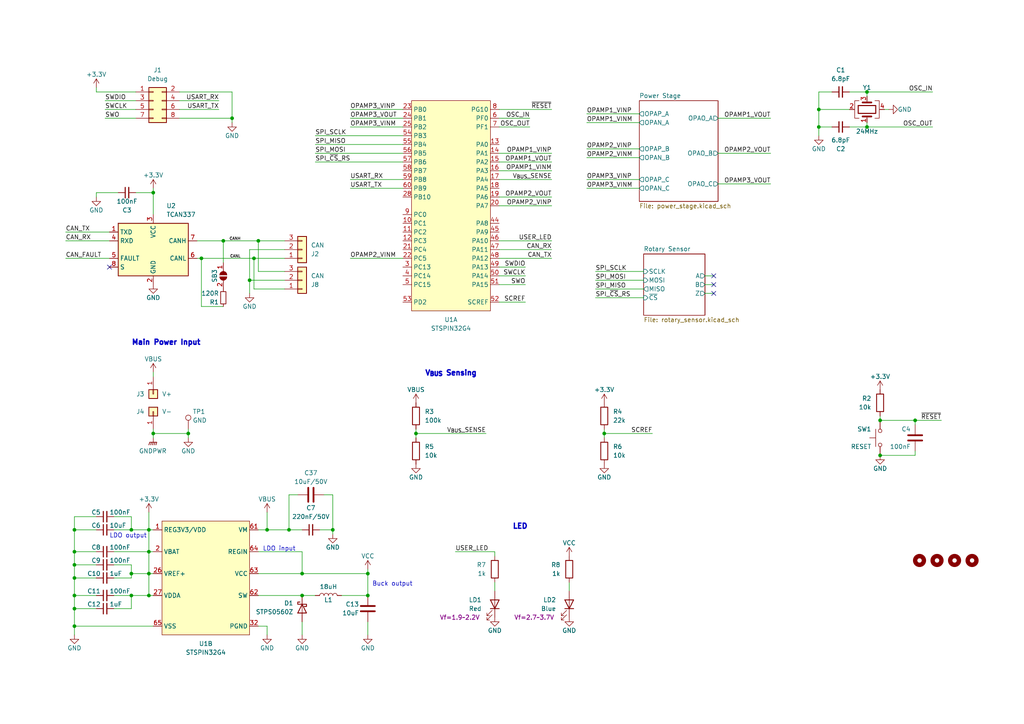
<source format=kicad_sch>
(kicad_sch (version 20230121) (generator eeschema)
  (paper "A4")
  (lib_symbols
    (symbol "Connector:TestPoint" (pin_numbers hide) (pin_names (offset 0.762) hide)
      (property "Reference" "TP" (at 0 6.858 0))
      (property "Value" "TestPoint" (at 0 5.08 0))
      (symbol "TestPoint_1_1"
        (pin passive line (at 0 0 90) (length 2.54) (name "1") (number "1"))
      )
    )
    (symbol "Connector_Generic:Conn_01x01" (pin_names (offset 1.016) hide)
      (property "Reference" "J" (at 0 2.54 0))
      (property "Value" "Conn_01x01" (at 0 -2.54 0))
      (symbol "Conn_01x01_1_1"
        (pin passive line (at -5.08 0 0) (length 3.81) (name "Pin_1") (number "1"))
      )
    )
    (symbol "Connector_Generic:Conn_01x03" (pin_names (offset 1.016) hide)
      (property "Reference" "J" (at 0 5.08 0))
      (property "Value" "Conn_01x03" (at 0 -5.08 0))
      (symbol "Conn_01x03_1_1"
        (pin passive line (at -5.08 2.54 0) (length 3.81) (name "Pin_1") (number "1"))
        (pin passive line (at -5.08 0 0) (length 3.81) (name "Pin_2") (number "2"))
        (pin passive line (at -5.08 -2.54 0) (length 3.81) (name "Pin_3") (number "3"))
      )
    )
    (symbol "Connector_Generic:Conn_02x04_Odd_Even" (pin_names (offset 1.016) hide)
      (property "Reference" "J" (at 1.27 5.08 0))
      (property "Value" "Conn_02x04_Odd_Even" (at 1.27 -7.62 0))
      (symbol "Conn_02x04_Odd_Even_1_1"
        (pin passive line (at -5.08 2.54 0) (length 3.81) (name "Pin_1") (number "1"))
        (pin passive line (at 7.62 2.54 180) (length 3.81) (name "Pin_2") (number "2"))
        (pin passive line (at -5.08 0 0) (length 3.81) (name "Pin_3") (number "3"))
        (pin passive line (at 7.62 0 180) (length 3.81) (name "Pin_4") (number "4"))
        (pin passive line (at -5.08 -2.54 0) (length 3.81) (name "Pin_5") (number "5"))
        (pin passive line (at 7.62 -2.54 180) (length 3.81) (name "Pin_6") (number "6"))
        (pin passive line (at -5.08 -5.08 0) (length 3.81) (name "Pin_7") (number "7"))
        (pin passive line (at 7.62 -5.08 180) (length 3.81) (name "Pin_8") (number "8"))
      )
    )
    (symbol "Device:C" (pin_numbers hide) (pin_names (offset 0.254))
      (property "Reference" "C" (at 0.635 2.54 0))
      (property "Value" "C" (at 0.635 -2.54 0))
      (symbol "C_1_1"
        (pin passive line (at 0 3.81 270) (length 2.794) (name "~") (number "1"))
        (pin passive line (at 0 -3.81 90) (length 2.794) (name "~") (number "2"))
      )
    )
    (symbol "Device:C_Small" (pin_numbers hide) (pin_names (offset 0.254) hide)
      (property "Reference" "C" (at 0.254 1.778 0))
      (property "Value" "C_Small" (at 0.254 -2.032 0))
      (symbol "C_Small_1_1"
        (pin passive line (at 0 2.54 270) (length 2.032) (name "~") (number "1"))
        (pin passive line (at 0 -2.54 90) (length 2.032) (name "~") (number "2"))
      )
    )
    (symbol "Device:Crystal_GND24" (pin_names (offset 1.016) hide)
      (property "Reference" "Y" (at 3.175 5.08 0))
      (property "Value" "Crystal_GND24" (at 3.175 3.175 0))
      (symbol "Crystal_GND24_1_1"
        (pin passive line (at -3.81 0 0) (length 1.27) (name "1") (number "1"))
        (pin passive line (at 0 5.08 270) (length 1.27) (name "2") (number "2"))
        (pin passive line (at 3.81 0 180) (length 1.27) (name "3") (number "3"))
        (pin passive line (at 0 -5.08 90) (length 1.27) (name "4") (number "4"))
      )
    )
    (symbol "Device:L" (pin_numbers hide) (pin_names (offset 1.016) hide)
      (property "Reference" "L" (at -1.27 0 90))
      (property "Value" "L" (at 1.905 0 90))
      (symbol "L_1_1"
        (pin passive line (at 0 3.81 270) (length 1.27) (name "1") (number "1"))
        (pin passive line (at 0 -3.81 90) (length 1.27) (name "2") (number "2"))
      )
    )
    (symbol "Device:LED" (pin_numbers hide) (pin_names (offset 1.016) hide)
      (property "Reference" "D" (at 0 2.54 0))
      (property "Value" "LED" (at 0 -2.54 0))
      (symbol "LED_1_1"
        (pin passive line (at -3.81 0 0) (length 2.54) (name "K") (number "1"))
        (pin passive line (at 3.81 0 180) (length 2.54) (name "A") (number "2"))
      )
    )
    (symbol "Device:R" (pin_numbers hide) (pin_names (offset 0))
      (property "Reference" "R" (at 2.032 0 90))
      (property "Value" "R" (at 0 0 90))
      (symbol "R_1_1"
        (pin passive line (at 0 3.81 270) (length 1.27) (name "~") (number "1"))
        (pin passive line (at 0 -3.81 90) (length 1.27) (name "~") (number "2"))
      )
    )
    (symbol "Device:R_Small" (pin_numbers hide) (pin_names (offset 0.254) hide)
      (property "Reference" "R" (at 0.762 0.508 0))
      (property "Value" "R_Small" (at 0.762 -1.016 0))
      (symbol "R_Small_1_1"
        (pin passive line (at 0 2.54 270) (length 0.762) (name "~") (number "1"))
        (pin passive line (at 0 -2.54 90) (length 0.762) (name "~") (number "2"))
      )
    )
    (symbol "Diode:1N6857UR" (pin_numbers hide) (pin_names (offset 1.016) hide)
      (property "Reference" "D" (at 0 2.54 0))
      (property "Value" "1N6857UR" (at 0 -2.54 0))
      (symbol "1N6857UR_1_1"
        (pin passive line (at -3.81 0 0) (length 2.54) (name "K") (number "1"))
        (pin passive line (at 3.81 0 180) (length 2.54) (name "A") (number "2"))
      )
    )
    (symbol "Interface_CAN_LIN:TCAN337"
      (property "Reference" "U" (at -10.16 8.89 0))
      (property "Value" "TCAN337" (at 2.54 8.89 0))
      (symbol "TCAN337_1_1"
        (pin input line (at -12.7 5.08 0) (length 2.54) (name "TXD") (number "1"))
        (pin power_in line (at 0 -10.16 90) (length 2.54) (name "GND") (number "2"))
        (pin power_in line (at 0 10.16 270) (length 2.54) (name "VCC") (number "3"))
        (pin tri_state line (at -12.7 2.54 0) (length 2.54) (name "RXD") (number "4"))
        (pin open_collector line (at -12.7 -2.54 0) (length 2.54) (name "FAULT") (number "5"))
        (pin bidirectional line (at 12.7 -2.54 180) (length 2.54) (name "CANL") (number "6"))
        (pin bidirectional line (at 12.7 2.54 180) (length 2.54) (name "CANH") (number "7"))
        (pin input line (at -12.7 -5.08 0) (length 2.54) (name "S") (number "8"))
      )
    )
    (symbol "Jumper:SolderJumper_2_Open" (pin_names (offset 0) hide)
      (property "Reference" "JP" (at 0 2.032 0))
      (property "Value" "SolderJumper_2_Open" (at 0 -2.54 0))
      (symbol "SolderJumper_2_Open_1_1"
        (pin passive line (at -3.81 0 0) (length 2.54) (name "A") (number "1"))
        (pin passive line (at 3.81 0 180) (length 2.54) (name "B") (number "2"))
      )
    )
    (symbol "Mechanical:MountingHole" (pin_names (offset 1.016))
      (property "Reference" "H" (at 0 5.08 0))
      (property "Value" "MountingHole" (at 0 3.175 0))
    )
    (symbol "STSPIN32G4_1"
      (property "Reference" "U" (at 0 -12.7 0))
      (property "Value" "STSPIN32G4" (at 0 -15.24 0))
      (symbol "STSPIN32G4_1_1_0"
        (pin bidirectional line (at -13.97 -5.08 0) (length 2.54) (name "PC1") (number "10"))
        (pin bidirectional line (at -13.97 -7.62 0) (length 2.54) (name "PC2") (number "11"))
        (pin bidirectional line (at -13.97 -10.16 0) (length 2.54) (name "PC3") (number "12"))
        (pin bidirectional line (at 13.97 17.78 180) (length 2.54) (name "PA0") (number "13"))
        (pin bidirectional line (at 13.97 15.24 180) (length 2.54) (name "PA1") (number "14"))
        (pin bidirectional line (at 13.97 12.7 180) (length 2.54) (name "PA2") (number "15"))
        (pin bidirectional line (at 13.97 10.16 180) (length 2.54) (name "PA3") (number "16"))
        (pin bidirectional line (at 13.97 7.62 180) (length 2.54) (name "PA4") (number "17"))
        (pin bidirectional line (at 13.97 5.08 180) (length 2.54) (name "PA5") (number "18"))
        (pin bidirectional line (at 13.97 2.54 180) (length 2.54) (name "PA6") (number "19"))
        (pin bidirectional line (at 13.97 0 180) (length 2.54) (name "PA7") (number "20"))
        (pin bidirectional line (at -13.97 -12.7 0) (length 2.54) (name "PC4") (number "21"))
        (pin bidirectional line (at -13.97 -15.24 0) (length 2.54) (name "PC5") (number "22"))
        (pin bidirectional line (at -13.97 27.94 0) (length 2.54) (name "PB0") (number "23"))
        (pin bidirectional line (at -13.97 25.4 0) (length 2.54) (name "PB1") (number "24"))
        (pin bidirectional line (at -13.97 22.86 0) (length 2.54) (name "PB2") (number "25"))
        (pin bidirectional line (at -13.97 2.54 0) (length 2.54) (name "PB10") (number "28"))
        (pin bidirectional line (at -13.97 -17.78 0) (length 2.54) (name "PC13") (number "3"))
        (pin no_connect line (at -1.27 -33.02 90) (length 2.54) hide (name "NC") (number "33"))
        (pin no_connect line (at 1.27 -33.02 90) (length 2.54) hide (name "NC") (number "34"))
        (pin bidirectional line (at -13.97 -20.32 0) (length 2.54) (name "PC14") (number "4"))
        (pin bidirectional line (at 13.97 -5.08 180) (length 2.54) (name "PA8") (number "44"))
        (pin bidirectional line (at 13.97 -7.62 180) (length 2.54) (name "PA9") (number "45"))
        (pin bidirectional line (at 13.97 -10.16 180) (length 2.54) (name "PA10") (number "46"))
        (pin bidirectional line (at 13.97 -12.7 180) (length 2.54) (name "PA11") (number "47"))
        (pin bidirectional line (at 13.97 -15.24 180) (length 2.54) (name "PA12") (number "48"))
        (pin bidirectional line (at 13.97 -17.78 180) (length 2.54) (name "PA13") (number "49"))
        (pin bidirectional line (at -13.97 -22.86 0) (length 2.54) (name "PC15") (number "5"))
        (pin bidirectional line (at 13.97 -20.32 180) (length 2.54) (name "PA14") (number "50"))
        (pin bidirectional line (at 13.97 -22.86 180) (length 2.54) (name "PA15") (number "51"))
        (pin bidirectional line (at 13.97 -27.94 180) (length 2.54) (name "SCREF") (number "52"))
        (pin bidirectional line (at -13.97 -27.94 0) (length 2.54) (name "PD2") (number "53"))
        (pin bidirectional line (at -13.97 20.32 0) (length 2.54) (name "PB3") (number "54"))
        (pin bidirectional line (at -13.97 17.78 0) (length 2.54) (name "PB4") (number "55"))
        (pin bidirectional line (at -13.97 15.24 0) (length 2.54) (name "PB5") (number "56"))
        (pin bidirectional line (at -13.97 12.7 0) (length 2.54) (name "PB6") (number "57"))
        (pin bidirectional line (at -13.97 10.16 0) (length 2.54) (name "PB7") (number "58"))
        (pin bidirectional line (at -13.97 7.62 0) (length 2.54) (name "PB8") (number "59"))
        (pin bidirectional line (at 13.97 25.4 180) (length 2.54) (name "PF0") (number "6"))
        (pin bidirectional line (at -13.97 5.08 0) (length 2.54) (name "PB9") (number "60"))
        (pin bidirectional line (at 13.97 22.86 180) (length 2.54) (name "PF1") (number "7"))
        (pin bidirectional line (at 13.97 27.94 180) (length 2.54) (name "PG10") (number "8"))
        (pin bidirectional line (at -13.97 -2.54 0) (length 2.54) (name "PC0") (number "9"))
      )
      (symbol "STSPIN32G4_1_2_0"
        (pin power_out line (at -15.24 13.97 0) (length 2.54) (name "REG3V3/VDD") (number "1"))
        (pin power_in line (at -15.24 7.62 0) (length 2.54) (name "VBAT") (number "2"))
        (pin power_in line (at -15.24 1.27 0) (length 2.54) (name "VREF+") (number "26"))
        (pin power_in line (at -15.24 -5.08 0) (length 2.54) (name "VDDA") (number "27"))
        (pin power_in line (at 15.24 -13.97 180) (length 2.54) (name "PGND") (number "32"))
        (pin power_in line (at 15.24 13.97 180) (length 2.54) (name "VM") (number "61"))
        (pin power_out line (at 15.24 -5.08 180) (length 2.54) (name "SW") (number "62"))
        (pin power_in line (at 15.24 1.27 180) (length 2.54) (name "VCC") (number "63"))
        (pin power_in line (at 15.24 7.62 180) (length 2.54) (name "REGIN") (number "64"))
        (pin power_in line (at -15.24 -13.97 0) (length 2.54) (name "VSS") (number "65"))
      )
      (symbol "STSPIN32G4_1_3_0"
        (pin output line (at 8.89 -7.62 180) (length 2.54) (name "GLS1") (number "29"))
        (pin power_out line (at 8.89 7.62 180) (length 2.54) (name "BOOT1") (number "41"))
        (pin power_out line (at 8.89 -2.54 180) (length 2.54) (name "OUT1") (number "42"))
        (pin output line (at 8.89 2.54 180) (length 2.54) (name "GHS1") (number "43"))
      )
      (symbol "STSPIN32G4_1_4_0"
        (pin output line (at 8.89 -7.62 180) (length 2.54) (name "GLS2") (number "30"))
        (pin power_out line (at 8.89 7.62 180) (length 2.54) (name "BOOT2") (number "38"))
        (pin power_out line (at 8.89 -2.54 180) (length 2.54) (name "OUT2") (number "39"))
        (pin output line (at 8.89 2.54 180) (length 2.54) (name "GHS2") (number "40"))
      )
      (symbol "STSPIN32G4_1_5_0"
        (pin output line (at 8.89 -7.62 180) (length 2.54) (name "GLS3") (number "31"))
        (pin power_out line (at 8.89 7.62 180) (length 2.54) (name "BOOT3") (number "35"))
        (pin power_out line (at 8.89 -2.54 180) (length 2.54) (name "OUT3") (number "36"))
        (pin output line (at 8.89 2.54 180) (length 2.54) (name "GHS3") (number "37"))
      )
    )
    (symbol "Switch:SW_Push" (pin_numbers hide) (pin_names (offset 1.016) hide)
      (property "Reference" "SW" (at 1.27 2.54 0))
      (property "Value" "SW_Push" (at 0 -1.524 0))
      (symbol "SW_Push_0_1"
        (pin passive line (at -5.08 0 0) (length 2.54) (name "1") (number "1"))
        (pin passive line (at 5.08 0 180) (length 2.54) (name "2") (number "2"))
      )
    )
    (symbol "moco:STSPIN32G4"
      (property "Reference" "U" (at 0 -12.7 0))
      (property "Value" "STSPIN32G4" (at 0 -15.24 0))
      (symbol "STSPIN32G4_1_0"
        (pin bidirectional line (at -13.97 -5.08 0) (length 2.54) (name "PC1") (number "10"))
        (pin bidirectional line (at -13.97 -7.62 0) (length 2.54) (name "PC2") (number "11"))
        (pin bidirectional line (at -13.97 -10.16 0) (length 2.54) (name "PC3") (number "12"))
        (pin bidirectional line (at 13.97 17.78 180) (length 2.54) (name "PA0") (number "13"))
        (pin bidirectional line (at 13.97 15.24 180) (length 2.54) (name "PA1") (number "14"))
        (pin bidirectional line (at 13.97 12.7 180) (length 2.54) (name "PA2") (number "15"))
        (pin bidirectional line (at 13.97 10.16 180) (length 2.54) (name "PA3") (number "16"))
        (pin bidirectional line (at 13.97 7.62 180) (length 2.54) (name "PA4") (number "17"))
        (pin bidirectional line (at 13.97 5.08 180) (length 2.54) (name "PA5") (number "18"))
        (pin bidirectional line (at 13.97 2.54 180) (length 2.54) (name "PA6") (number "19"))
        (pin bidirectional line (at 13.97 0 180) (length 2.54) (name "PA7") (number "20"))
        (pin bidirectional line (at -13.97 -12.7 0) (length 2.54) (name "PC4") (number "21"))
        (pin bidirectional line (at -13.97 -15.24 0) (length 2.54) (name "PC5") (number "22"))
        (pin bidirectional line (at -13.97 27.94 0) (length 2.54) (name "PB0") (number "23"))
        (pin bidirectional line (at -13.97 25.4 0) (length 2.54) (name "PB1") (number "24"))
        (pin bidirectional line (at -13.97 22.86 0) (length 2.54) (name "PB2") (number "25"))
        (pin bidirectional line (at -13.97 2.54 0) (length 2.54) (name "PB10") (number "28"))
        (pin bidirectional line (at -13.97 -17.78 0) (length 2.54) (name "PC13") (number "3"))
        (pin no_connect line (at -1.27 -33.02 90) (length 2.54) hide (name "NC") (number "33"))
        (pin no_connect line (at 1.27 -33.02 90) (length 2.54) hide (name "NC") (number "34"))
        (pin bidirectional line (at -13.97 -20.32 0) (length 2.54) (name "PC14") (number "4"))
        (pin bidirectional line (at 13.97 -5.08 180) (length 2.54) (name "PA8") (number "44"))
        (pin bidirectional line (at 13.97 -7.62 180) (length 2.54) (name "PA9") (number "45"))
        (pin bidirectional line (at 13.97 -10.16 180) (length 2.54) (name "PA10") (number "46"))
        (pin bidirectional line (at 13.97 -12.7 180) (length 2.54) (name "PA11") (number "47"))
        (pin bidirectional line (at 13.97 -15.24 180) (length 2.54) (name "PA12") (number "48"))
        (pin bidirectional line (at 13.97 -17.78 180) (length 2.54) (name "PA13") (number "49"))
        (pin bidirectional line (at -13.97 -22.86 0) (length 2.54) (name "PC15") (number "5"))
        (pin bidirectional line (at 13.97 -20.32 180) (length 2.54) (name "PA14") (number "50"))
        (pin bidirectional line (at 13.97 -22.86 180) (length 2.54) (name "PA15") (number "51"))
        (pin bidirectional line (at 13.97 -27.94 180) (length 2.54) (name "SCREF") (number "52"))
        (pin bidirectional line (at -13.97 -27.94 0) (length 2.54) (name "PD2") (number "53"))
        (pin bidirectional line (at -13.97 20.32 0) (length 2.54) (name "PB3") (number "54"))
        (pin bidirectional line (at -13.97 17.78 0) (length 2.54) (name "PB4") (number "55"))
        (pin bidirectional line (at -13.97 15.24 0) (length 2.54) (name "PB5") (number "56"))
        (pin bidirectional line (at -13.97 12.7 0) (length 2.54) (name "PB6") (number "57"))
        (pin bidirectional line (at -13.97 10.16 0) (length 2.54) (name "PB7") (number "58"))
        (pin bidirectional line (at -13.97 7.62 0) (length 2.54) (name "PB8") (number "59"))
        (pin bidirectional line (at 13.97 25.4 180) (length 2.54) (name "PF0") (number "6"))
        (pin bidirectional line (at -13.97 5.08 0) (length 2.54) (name "PB9") (number "60"))
        (pin bidirectional line (at 13.97 22.86 180) (length 2.54) (name "PF1") (number "7"))
        (pin bidirectional line (at 13.97 27.94 180) (length 2.54) (name "PG10") (number "8"))
        (pin bidirectional line (at -13.97 -2.54 0) (length 2.54) (name "PC0") (number "9"))
      )
      (symbol "STSPIN32G4_2_0"
        (pin power_out line (at -15.24 13.97 0) (length 2.54) (name "REG3V3/VDD") (number "1"))
        (pin power_in line (at -15.24 7.62 0) (length 2.54) (name "VBAT") (number "2"))
        (pin power_in line (at -15.24 1.27 0) (length 2.54) (name "VREF+") (number "26"))
        (pin power_in line (at -15.24 -5.08 0) (length 2.54) (name "VDDA") (number "27"))
        (pin power_in line (at 15.24 -13.97 180) (length 2.54) (name "PGND") (number "32"))
        (pin power_in line (at 15.24 13.97 180) (length 2.54) (name "VM") (number "61"))
        (pin power_out line (at 15.24 -5.08 180) (length 2.54) (name "SW") (number "62"))
        (pin power_in line (at 15.24 1.27 180) (length 2.54) (name "VCC") (number "63"))
        (pin power_in line (at 15.24 7.62 180) (length 2.54) (name "REGIN") (number "64"))
        (pin power_in line (at -15.24 -13.97 0) (length 2.54) (name "VSS") (number "65"))
      )
      (symbol "STSPIN32G4_3_0"
        (pin output line (at 8.89 -7.62 180) (length 2.54) (name "GLS1") (number "29"))
        (pin power_out line (at 8.89 7.62 180) (length 2.54) (name "BOOT1") (number "41"))
        (pin power_out line (at 8.89 -2.54 180) (length 2.54) (name "OUT1") (number "42"))
        (pin output line (at 8.89 2.54 180) (length 2.54) (name "GHS1") (number "43"))
      )
      (symbol "STSPIN32G4_4_0"
        (pin output line (at 8.89 -7.62 180) (length 2.54) (name "GLS2") (number "30"))
        (pin power_out line (at 8.89 7.62 180) (length 2.54) (name "BOOT2") (number "38"))
        (pin power_out line (at 8.89 -2.54 180) (length 2.54) (name "OUT2") (number "39"))
        (pin output line (at 8.89 2.54 180) (length 2.54) (name "GHS2") (number "40"))
      )
      (symbol "STSPIN32G4_5_0"
        (pin output line (at 8.89 -7.62 180) (length 2.54) (name "GLS3") (number "31"))
        (pin power_out line (at 8.89 7.62 180) (length 2.54) (name "BOOT3") (number "35"))
        (pin power_out line (at 8.89 -2.54 180) (length 2.54) (name "OUT3") (number "36"))
        (pin output line (at 8.89 2.54 180) (length 2.54) (name "GHS3") (number "37"))
      )
    )
    (symbol "power:+3.3V" (power) (pin_names (offset 0))
      (property "Value" "+3.3V" (at 0 3.556 0))
      (symbol "+3.3V_1_1"
        (pin power_in line (at 0 0 90) (length 0) hide (name "+3.3V") (number "1"))
      )
    )
    (symbol "power:GND" (power) (pin_names (offset 0))
      (property "Value" "GND" (at 0 -3.81 0))
      (symbol "GND_1_1"
        (pin power_in line (at 0 0 270) (length 0) hide (name "GND") (number "1"))
      )
    )
    (symbol "power:GNDPWR" (power) (pin_names (offset 0))
      (property "Value" "GNDPWR" (at 0 -3.302 0))
      (symbol "GNDPWR_1_1"
        (pin power_in line (at 0 0 270) (length 0) hide (name "GNDPWR") (number "1"))
      )
    )
    (symbol "power:VBUS" (power) (pin_names (offset 0))
      (property "Value" "VBUS" (at 0 3.81 0))
      (symbol "VBUS_1_1"
        (pin power_in line (at 0 0 90) (length 0) hide (name "VBUS") (number "1"))
      )
    )
    (symbol "power:VCC" (power) (pin_names (offset 0))
      (property "Value" "VCC" (at 0 3.81 0))
      (symbol "VCC_1_1"
        (pin power_in line (at 0 0 90) (length 0) hide (name "VCC") (number "1"))
      )
    )
  )
  (junction (at 77.47 153.67))
  (junction (at 120.65 125.73))
  (junction (at 43.18 172.72))
  (junction (at 21.59 172.72))
  (junction (at 265.43 121.92))
  (junction (at 73.66 74.93))
  (junction (at 255.27 132.08))
  (junction (at 43.18 160.02))
  (junction (at 54.61 125.73))
  (junction (at 72.39 81.28))
  (junction (at 74.93 69.85))
  (junction (at 83.82 153.67))
  (junction (at 251.46 36.83))
  (junction (at 96.52 153.67))
  (junction (at 38.1 172.72))
  (junction (at 21.59 163.83))
  (junction (at 21.59 153.67))
  (junction (at 38.1 166.37))
  (junction (at 251.46 26.67))
  (junction (at 87.63 166.37))
  (junction (at 67.31 34.29))
  (junction (at 21.59 167.64))
  (junction (at 175.26 125.73))
  (junction (at 21.59 160.02))
  (junction (at 64.77 69.85))
  (junction (at 38.1 153.67))
  (junction (at 106.68 166.37))
  (junction (at 106.68 172.72))
  (junction (at 87.63 172.72))
  (junction (at 43.18 153.67))
  (junction (at 43.18 166.37))
  (junction (at 58.42 74.93))
  (junction (at 21.59 176.53))
  (junction (at 255.27 121.92))
  (junction (at 237.49 31.75))
  (junction (at 44.45 55.88))
  (junction (at 21.59 181.61))
  (junction (at 237.49 36.83))
  (junction (at 44.45 125.73))
  (no_connect (at 207.01 80.01))
  (no_connect (at 207.01 82.55))
  (no_connect (at 31.75 77.47))
  (no_connect (at 207.01 85.09))
  (wire (pts (xy 21.59 160.02) (xy 21.59 163.83)))
  (wire (pts (xy 91.44 39.37) (xy 116.84 39.37)))
  (wire (pts (xy 204.47 82.55) (xy 207.01 82.55)))
  (wire (pts (xy 54.61 125.73) (xy 54.61 124.46)))
  (wire (pts (xy 170.18 45.72) (xy 185.42 45.72)))
  (wire (pts (xy 21.59 172.72) (xy 21.59 176.53)))
  (wire (pts (xy 77.47 148.59) (xy 77.47 153.67)))
  (wire (pts (xy 74.93 160.02) (xy 87.63 160.02)))
  (wire (pts (xy 237.49 39.37) (xy 237.49 36.83)))
  (wire (pts (xy 21.59 153.67) (xy 27.94 153.67)))
  (wire (pts (xy 27.94 55.88) (xy 27.94 57.15)))
  (wire (pts (xy 19.05 74.93) (xy 31.75 74.93)))
  (wire (pts (xy 87.63 166.37) (xy 106.68 166.37)))
  (wire (pts (xy 38.1 153.67) (xy 43.18 153.67)))
  (wire (pts (xy 21.59 163.83) (xy 21.59 167.64)))
  (wire (pts (xy 31.75 69.85) (xy 19.05 69.85)))
  (wire (pts (xy 165.1 171.45) (xy 165.1 168.91)))
  (wire (pts (xy 208.28 44.45) (xy 223.52 44.45)))
  (wire (pts (xy 72.39 81.28) (xy 72.39 85.09)))
  (wire (pts (xy 74.93 69.85) (xy 82.55 69.85)))
  (wire (pts (xy 87.63 160.02) (xy 87.63 166.37)))
  (wire (pts (xy 87.63 172.72) (xy 91.44 172.72)))
  (wire (pts (xy 21.59 176.53) (xy 21.59 181.61)))
  (wire (pts (xy 160.02 59.69) (xy 144.78 59.69)))
  (wire (pts (xy 170.18 43.18) (xy 185.42 43.18)))
  (wire (pts (xy 144.78 72.39) (xy 160.02 72.39)))
  (wire (pts (xy 172.72 81.28) (xy 186.69 81.28)))
  (wire (pts (xy 106.68 166.37) (xy 106.68 172.72)))
  (wire (pts (xy 96.52 153.67) (xy 92.71 153.67)))
  (wire (pts (xy 251.46 36.83) (xy 270.51 36.83)))
  (wire (pts (xy 64.77 69.85) (xy 74.93 69.85)))
  (wire (pts (xy 33.02 153.67) (xy 38.1 153.67)))
  (wire (pts (xy 73.66 83.82) (xy 82.55 83.82)))
  (wire (pts (xy 64.77 69.85) (xy 64.77 76.2)))
  (wire (pts (xy 74.93 78.74) (xy 74.93 69.85)))
  (wire (pts (xy 170.18 33.02) (xy 185.42 33.02)))
  (wire (pts (xy 58.42 74.93) (xy 73.66 74.93)))
  (wire (pts (xy 63.5 31.75) (xy 52.07 31.75)))
  (wire (pts (xy 44.45 127) (xy 44.45 125.73)))
  (wire (pts (xy 144.78 57.15) (xy 160.02 57.15)))
  (wire (pts (xy 144.78 52.07) (xy 160.02 52.07)))
  (wire (pts (xy 87.63 184.15) (xy 87.63 180.34)))
  (wire (pts (xy 255.27 121.92) (xy 265.43 121.92)))
  (wire (pts (xy 74.93 172.72) (xy 87.63 172.72)))
  (wire (pts (xy 54.61 127) (xy 54.61 125.73)))
  (wire (pts (xy 44.45 55.88) (xy 44.45 62.23)))
  (wire (pts (xy 52.07 26.67) (xy 67.31 26.67)))
  (wire (pts (xy 43.18 153.67) (xy 44.45 153.67)))
  (wire (pts (xy 160.02 69.85) (xy 144.78 69.85)))
  (wire (pts (xy 172.72 86.36) (xy 186.69 86.36)))
  (wire (pts (xy 208.28 53.34) (xy 223.52 53.34)))
  (wire (pts (xy 144.78 82.55) (xy 152.4 82.55)))
  (wire (pts (xy 204.47 80.01) (xy 207.01 80.01)))
  (wire (pts (xy 91.44 41.91) (xy 116.84 41.91)))
  (wire (pts (xy 74.93 153.67) (xy 77.47 153.67)))
  (wire (pts (xy 144.78 77.47) (xy 152.4 77.47)))
  (wire (pts (xy 96.52 154.94) (xy 96.52 153.67)))
  (wire (pts (xy 99.06 172.72) (xy 106.68 172.72)))
  (wire (pts (xy 38.1 176.53) (xy 33.02 176.53)))
  (wire (pts (xy 87.63 153.67) (xy 83.82 153.67)))
  (wire (pts (xy 144.78 31.75) (xy 160.02 31.75)))
  (wire (pts (xy 21.59 181.61) (xy 44.45 181.61)))
  (wire (pts (xy 144.78 80.01) (xy 152.4 80.01)))
  (wire (pts (xy 39.37 55.88) (xy 44.45 55.88)))
  (wire (pts (xy 30.48 34.29) (xy 39.37 34.29)))
  (wire (pts (xy 237.49 31.75) (xy 237.49 36.83)))
  (wire (pts (xy 43.18 172.72) (xy 44.45 172.72)))
  (wire (pts (xy 116.84 52.07) (xy 101.6 52.07)))
  (wire (pts (xy 170.18 52.07) (xy 185.42 52.07)))
  (wire (pts (xy 72.39 81.28) (xy 82.55 81.28)))
  (wire (pts (xy 58.42 74.93) (xy 58.42 88.9)))
  (wire (pts (xy 21.59 149.86) (xy 21.59 153.67)))
  (wire (pts (xy 43.18 160.02) (xy 44.45 160.02)))
  (wire (pts (xy 63.5 29.21) (xy 52.07 29.21)))
  (wire (pts (xy 175.26 125.73) (xy 175.26 127)))
  (wire (pts (xy 21.59 181.61) (xy 21.59 184.15)))
  (wire (pts (xy 43.18 160.02) (xy 43.18 166.37)))
  (wire (pts (xy 33.02 160.02) (xy 43.18 160.02)))
  (wire (pts (xy 160.02 44.45) (xy 144.78 44.45)))
  (wire (pts (xy 67.31 35.56) (xy 67.31 34.29)))
  (wire (pts (xy 44.45 125.73) (xy 44.45 124.46)))
  (wire (pts (xy 44.45 107.95) (xy 44.45 109.22)))
  (wire (pts (xy 251.46 26.67) (xy 251.46 27.94)))
  (wire (pts (xy 44.45 54.61) (xy 44.45 55.88)))
  (wire (pts (xy 72.39 72.39) (xy 82.55 72.39)))
  (wire (pts (xy 38.1 172.72) (xy 38.1 176.53)))
  (wire (pts (xy 27.94 25.4) (xy 27.94 26.67)))
  (wire (pts (xy 273.05 121.92) (xy 265.43 121.92)))
  (wire (pts (xy 96.52 143.51) (xy 96.52 153.67)))
  (wire (pts (xy 170.18 35.56) (xy 185.42 35.56)))
  (wire (pts (xy 34.29 55.88) (xy 27.94 55.88)))
  (wire (pts (xy 91.44 46.99) (xy 116.84 46.99)))
  (wire (pts (xy 93.98 143.51) (xy 96.52 143.51)))
  (wire (pts (xy 43.18 166.37) (xy 44.45 166.37)))
  (wire (pts (xy 251.46 26.67) (xy 270.51 26.67)))
  (wire (pts (xy 38.1 172.72) (xy 43.18 172.72)))
  (wire (pts (xy 21.59 167.64) (xy 21.59 172.72)))
  (wire (pts (xy 246.38 36.83) (xy 251.46 36.83)))
  (wire (pts (xy 106.68 165.1) (xy 106.68 166.37)))
  (wire (pts (xy 21.59 167.64) (xy 27.94 167.64)))
  (wire (pts (xy 237.49 26.67) (xy 237.49 31.75)))
  (wire (pts (xy 120.65 124.46) (xy 120.65 125.73)))
  (wire (pts (xy 91.44 44.45) (xy 116.84 44.45)))
  (wire (pts (xy 43.18 166.37) (xy 43.18 172.72)))
  (wire (pts (xy 38.1 166.37) (xy 43.18 166.37)))
  (wire (pts (xy 265.43 123.19) (xy 265.43 121.92)))
  (wire (pts (xy 251.46 36.83) (xy 251.46 35.56)))
  (wire (pts (xy 38.1 167.64) (xy 33.02 167.64)))
  (wire (pts (xy 67.31 26.67) (xy 67.31 34.29)))
  (wire (pts (xy 237.49 36.83) (xy 241.3 36.83)))
  (wire (pts (xy 21.59 176.53) (xy 27.94 176.53)))
  (wire (pts (xy 38.1 163.83) (xy 33.02 163.83)))
  (wire (pts (xy 38.1 163.83) (xy 38.1 166.37)))
  (wire (pts (xy 57.15 69.85) (xy 64.77 69.85)))
  (wire (pts (xy 255.27 132.08) (xy 265.43 132.08)))
  (wire (pts (xy 172.72 78.74) (xy 186.69 78.74)))
  (wire (pts (xy 82.55 78.74) (xy 74.93 78.74)))
  (wire (pts (xy 83.82 153.67) (xy 77.47 153.67)))
  (wire (pts (xy 255.27 120.65) (xy 255.27 121.92)))
  (wire (pts (xy 257.81 31.75) (xy 256.54 31.75)))
  (wire (pts (xy 144.78 87.63) (xy 152.4 87.63)))
  (wire (pts (xy 144.78 46.99) (xy 160.02 46.99)))
  (wire (pts (xy 38.1 172.72) (xy 33.02 172.72)))
  (wire (pts (xy 38.1 149.86) (xy 38.1 153.67)))
  (wire (pts (xy 204.47 85.09) (xy 207.01 85.09)))
  (wire (pts (xy 64.77 88.9) (xy 58.42 88.9)))
  (wire (pts (xy 144.78 36.83) (xy 153.67 36.83)))
  (wire (pts (xy 208.28 34.29) (xy 223.52 34.29)))
  (wire (pts (xy 101.6 74.93) (xy 116.84 74.93)))
  (wire (pts (xy 143.51 160.02) (xy 143.51 161.29)))
  (wire (pts (xy 21.59 163.83) (xy 27.94 163.83)))
  (wire (pts (xy 101.6 31.75) (xy 116.84 31.75)))
  (wire (pts (xy 237.49 31.75) (xy 246.38 31.75)))
  (wire (pts (xy 30.48 31.75) (xy 39.37 31.75)))
  (wire (pts (xy 73.66 74.93) (xy 82.55 74.93)))
  (wire (pts (xy 21.59 160.02) (xy 27.94 160.02)))
  (wire (pts (xy 21.59 172.72) (xy 27.94 172.72)))
  (wire (pts (xy 19.05 67.31) (xy 31.75 67.31)))
  (wire (pts (xy 38.1 149.86) (xy 33.02 149.86)))
  (wire (pts (xy 144.78 74.93) (xy 160.02 74.93)))
  (wire (pts (xy 44.45 125.73) (xy 54.61 125.73)))
  (wire (pts (xy 72.39 72.39) (xy 72.39 81.28)))
  (wire (pts (xy 30.48 29.21) (xy 39.37 29.21)))
  (wire (pts (xy 106.68 184.15) (xy 106.68 180.34)))
  (wire (pts (xy 170.18 54.61) (xy 185.42 54.61)))
  (wire (pts (xy 175.26 124.46) (xy 175.26 125.73)))
  (wire (pts (xy 86.36 143.51) (xy 83.82 143.51)))
  (wire (pts (xy 83.82 143.51) (xy 83.82 153.67)))
  (wire (pts (xy 246.38 26.67) (xy 251.46 26.67)))
  (wire (pts (xy 101.6 36.83) (xy 116.84 36.83)))
  (wire (pts (xy 43.18 153.67) (xy 43.18 160.02)))
  (wire (pts (xy 27.94 26.67) (xy 39.37 26.67)))
  (wire (pts (xy 241.3 26.67) (xy 237.49 26.67)))
  (wire (pts (xy 77.47 184.15) (xy 77.47 181.61)))
  (wire (pts (xy 43.18 148.59) (xy 43.18 153.67)))
  (wire (pts (xy 116.84 34.29) (xy 101.6 34.29)))
  (wire (pts (xy 21.59 153.67) (xy 21.59 160.02)))
  (wire (pts (xy 52.07 34.29) (xy 67.31 34.29)))
  (wire (pts (xy 144.78 34.29) (xy 153.67 34.29)))
  (wire (pts (xy 120.65 125.73) (xy 120.65 127)))
  (wire (pts (xy 116.84 54.61) (xy 101.6 54.61)))
  (wire (pts (xy 73.66 74.93) (xy 73.66 83.82)))
  (wire (pts (xy 74.93 166.37) (xy 87.63 166.37)))
  (wire (pts (xy 189.23 125.73) (xy 175.26 125.73)))
  (wire (pts (xy 160.02 49.53) (xy 144.78 49.53)))
  (wire (pts (xy 57.15 74.93) (xy 58.42 74.93)))
  (wire (pts (xy 38.1 166.37) (xy 38.1 167.64)))
  (wire (pts (xy 140.97 125.73) (xy 120.65 125.73)))
  (wire (pts (xy 21.59 149.86) (xy 27.94 149.86)))
  (wire (pts (xy 143.51 171.45) (xy 143.51 168.91)))
  (wire (pts (xy 132.08 160.02) (xy 143.51 160.02)))
  (wire (pts (xy 172.72 83.82) (xy 186.69 83.82)))
  (wire (pts (xy 77.47 181.61) (xy 74.93 181.61)))
  (wire (pts (xy 265.43 132.08) (xy 265.43 130.81)))
  (text "Buck output" (at 107.95 170.18 0) (effects (font (size 1.27 1.27)) (justify left bottom)))
  (text "LDO output" (at 31.75 156.21 0) (effects (font (size 1.27 1.27)) (justify left bottom)))
  (text "LED" (at 148.59 153.67 0) (effects (font (size 1.5 1.5) (thickness 0.4) bold) (justify left bottom)))
  (text "Main Power Input" (at 38.1 100.33 0) (effects (font (size 1.5 1.5) (thickness 0.4) bold) (justify left bottom)))
  (text "V_{BUS} Sensing" (at 123.19 109.22 0) (effects (font (size 1.5 1.5) (thickness 0.4) bold) (justify left bottom)))
  (text "LDO input" (at 76.2 160.02 0) (effects (font (size 1.27 1.27)) (justify left bottom)))
  (label "SCREF" (at 152.4 87.63 180))
  (label "SPI_MOSI" (at 91.44 44.45 0))
  (label "SPI_MISO" (at 172.72 83.82 0))
  (label "SWDIO" (at 30.48 29.21 0))
  (label "SPI_SCLK" (at 91.44 39.37 0))
  (label "OPAMP2_VINP" (at 170.18 43.18 0))
  (label "OPAMP1_VOUT" (at 160.02 46.99 180))
  (label "OPAMP2_VINM" (at 170.18 45.72 0))
  (label "OPAMP1_VINP" (at 170.18 33.02 0))
  (label "OPAMP3_VOUT" (at 101.6 34.29 0))
  (label "SPI_MOSI" (at 172.72 81.28 0))
  (label "SWO" (at 30.48 34.29 0))
  (label "OSC_IN" (at 153.67 34.29 180))
  (label "CANL" (at 69.85 74.93 180) (effects (font (size 0.8 0.8))))
  (label "OPAMP3_VINM" (at 101.6 36.83 0))
  (label "OPAMP1_VINP" (at 160.02 44.45 180))
  (label "OPAMP3_VINP" (at 101.6 31.75 0))
  (label "USER_LED" (at 160.02 69.85 180))
  (label "SWO" (at 152.4 82.55 180))
  (label "USART_RX" (at 101.6 52.07 0))
  (label "V_{BUS}_SENSE" (at 140.97 125.73 180))
  (label "V_{BUS}_SENSE" (at 160.02 52.07 180))
  (label "USART_RX" (at 63.5 29.21 180))
  (label "SPI_SCLK" (at 172.72 78.74 0))
  (label "SWDIO" (at 152.4 77.47 180))
  (label "SWCLK" (at 30.48 31.75 0))
  (label "OPAMP1_VINM" (at 170.18 35.56 0))
  (label "SPI_MISO" (at 91.44 41.91 0))
  (label "CANH" (at 69.85 69.85 180) (effects (font (size 0.8 0.8))))
  (label "USART_TX" (at 63.5 31.75 180))
  (label "SPI_~{CS}_RS" (at 172.72 86.36 0))
  (label "OPAMP3_VINP" (at 170.18 52.07 0))
  (label "CAN_RX" (at 160.02 72.39 180))
  (label "OPAMP1_VINM" (at 160.02 49.53 180))
  (label "CAN_TX" (at 19.05 67.31 0))
  (label "OSC_OUT" (at 270.51 36.83 180))
  (label "SCREF" (at 189.23 125.73 180))
  (label "OPAMP2_VOUT" (at 223.52 44.45 180))
  (label "USART_TX" (at 101.6 54.61 0))
  (label "USER_LED" (at 132.08 160.02 0))
  (label "CAN_FAULT" (at 19.05 74.93 0))
  (label "CAN_TX" (at 160.02 74.93 180))
  (label "~{RESET}" (at 273.05 121.92 180))
  (label "OPAMP3_VOUT" (at 223.52 53.34 180))
  (label "SPI_~{CS}_RS" (at 91.44 46.99 0))
  (label "SWCLK" (at 152.4 80.01 180))
  (label "OPAMP2_VOUT" (at 160.02 57.15 180))
  (label "OPAMP3_VINM" (at 170.18 54.61 0))
  (label "OSC_OUT" (at 153.67 36.83 180))
  (label "OPAMP2_VINP" (at 160.02 59.69 180))
  (label "~{RESET}" (at 160.02 31.75 180))
  (label "CAN_RX" (at 19.05 69.85 0))
  (label "OPAMP2_VINM" (at 101.6 74.93 0))
  (label "OSC_IN" (at 270.51 26.67 180))
  (label "OPAMP1_VOUT" (at 223.52 34.29 180))
  (symbol (lib_id "power:GND") (at 143.51 179.07 0) (unit 1)
    (property "Reference" "#PWR023" (effects hide))
    (property "Value" "GND" (at 143.51 182.88 0))
  )
  (symbol (lib_id "power:GND") (at 21.59 184.15 0) (unit 1)
    (property "Reference" "#PWR025" (effects hide))
    (property "Value" "GND" (at 21.59 187.96 0))
  )
  (symbol (lib_id "Diode:1N6857UR") (at 87.63 176.53 90) (mirror x) (unit 1)
    (property "Reference" "D1" (at 85.09 174.9425 90) (effects (justify left)))
    (property "Value" "STPS0560Z" (at 85.09 177.4825 90) (effects (justify left)))
    (property "Footprint" "Diode_SMD:D_SOD-123F" (effects hide))
    (property "Datasheet" "https://www.microsemi.com/document-portal/doc_download/131890-lds-0040-1-datasheet" (effects hide))
    (property "LCSC" "C99285" (effects hide))
    (property "MFR. Part#" "STPS0560Z" (effects hide))
  )
  (symbol (lib_id "Connector:TestPoint") (at 54.61 124.46 0) (unit 1)
    (property "Reference" "TP1" (at 55.88 119.38 0) (effects (justify left)))
    (property "Value" "GND" (at 55.88 121.92 0) (effects (justify left)))
    (property "Footprint" "TestPoint:TestPoint_Pad_D1.0mm" (effects hide))
  )
  (symbol (lib_id "Mechanical:MountingHole") (at 281.94 162.56 0) (mirror y) (unit 1) (in_bom no)
    (property "Reference" "H4" (effects hide))
    (property "Value" "MountingHole" (effects hide))
    (property "Footprint" "MountingHole:MountingHole_2.2mm_M2_ISO14580" (effects hide))
  )
  (symbol (lib_id "Device:LED") (at 165.1 175.26 270) (mirror x) (unit 1)
    (property "Reference" "LD2" (at 161.29 173.99 90) (effects (justify right)))
    (property "Value" "Blue" (at 161.29 176.53 90) (effects (justify right)))
    (property "Footprint" "LED_SMD:LED_0603_1608Metric" (effects hide))
    (property "Note" "Vf=2.7~3.7V" (at 154.94 179.07 90))
    (property "LCSC" "C72043" (effects hide))
    (property "MFR. Part#" "19-217/GHC-YR1S2/3T" (effects hide))
  )
  (symbol (lib_id "Device:R") (at 143.51 165.1 0) (mirror y) (unit 1)
    (property "Reference" "R7" (at 140.97 163.83 0) (effects (justify left)))
    (property "Value" "1k" (at 140.97 166.37 0) (effects (justify left)))
    (property "Footprint" "Resistor_SMD:R_0402_1005Metric" (effects hide))
    (property "LCSC" "C11702" (effects hide))
    (property "MFR. Part#" "0402WGF1001TCE" (effects hide))
  )
  (symbol (lib_id "power:GND") (at 96.52 154.94 0) (unit 1)
    (property "Reference" "#PWR020" (effects hide))
    (property "Value" "GND" (at 96.52 158.75 0))
  )
  (symbol (lib_id "Mechanical:MountingHole") (at 271.78 162.56 0) (mirror y) (unit 1) (in_bom no)
    (property "Reference" "H2" (effects hide))
    (property "Value" "MountingHole" (effects hide))
    (property "Footprint" "MountingHole:MountingHole_2.2mm_M2_ISO14580" (effects hide))
  )
  (symbol (lib_id "Device:C") (at 106.68 176.53 0) (unit 1)
    (property "Reference" "C13" (at 104.14 175.26 0) (effects (justify right)))
    (property "Value" "10uF" (at 104.14 177.8 0) (effects (justify right)))
    (property "Footprint" "Capacitor_SMD:C_0805_2012Metric" (effects hide))
    (property "LCSC" "C16780" (effects hide))
    (property "MFR. Part#" "CL21A476MQYNNNE" (effects hide))
  )
  (symbol (lib_id "Mechanical:MountingHole") (at 276.86 162.56 0) (mirror y) (unit 1) (in_bom no)
    (property "Reference" "H3" (effects hide))
    (property "Value" "MountingHole" (effects hide))
    (property "Footprint" "MountingHole:MountingHole_2.2mm_M2_ISO14580" (effects hide))
  )
  (symbol (lib_id "Device:LED") (at 143.51 175.26 270) (mirror x) (unit 1)
    (property "Reference" "LD1" (at 139.7 173.99 90) (effects (justify right)))
    (property "Value" "Red" (at 139.7 176.53 90) (effects (justify right)))
    (property "Footprint" "LED_SMD:LED_0603_1608Metric" (effects hide))
    (property "LCSC" "C2286" (effects hide))
    (property "MFR. Part#" "KT-0603R" (effects hide))
    (property "Note" "Vf=1.9~2.2V" (at 133.35 179.07 90))
  )
  (symbol (lib_id "Device:R") (at 120.65 130.81 180) (unit 1)
    (property "Reference" "R5" (at 123.19 129.54 0) (effects (justify right)))
    (property "Value" "10k" (at 123.19 132.08 0) (effects (justify right)))
    (property "Footprint" "Resistor_SMD:R_0402_1005Metric" (effects hide))
    (property "LCSC" "C25744" (effects hide))
    (property "MFR. Part#" "0402WGF1002TCE" (effects hide))
  )
  (symbol (lib_id "Device:C") (at 90.17 143.51 90) (mirror x) (unit 1)
    (property "Reference" "C37" (at 90.17 137.16 90))
    (property "Value" "10uF/50V" (at 90.17 139.7 90))
    (property "Footprint" "Capacitor_SMD:C_0805_2012Metric" (effects hide))
    (property "LCSC" "C440198" (effects hide))
    (property "MFR. Part#" "GRM21BR61H106KE43L" (effects hide))
  )
  (symbol (lib_id "Device:R_Small") (at 64.77 86.36 180) (unit 1)
    (property "Reference" "R1" (at 63.5 87.63 0) (effects (justify left)))
    (property "Value" "120R" (at 63.5 85.09 0) (effects (justify left)))
    (property "Footprint" "Resistor_SMD:R_0402_1005Metric_Pad0.72x0.64mm_HandSolder" (effects hide))
    (property "LCSC" "C25079" (effects hide))
    (property "MFR. Part#" "0402WGF1200TCE" (effects hide))
  )
  (symbol (lib_id "power:VBUS") (at 44.45 107.95 0) (unit 1)
    (property "Reference" "#PWR09" (effects hide))
    (property "Value" "VBUS" (at 44.45 104.14 0))
  )
  (symbol (lib_id "power:GND") (at 165.1 179.07 0) (unit 1)
    (property "Reference" "#PWR024" (effects hide))
    (property "Value" "GND" (at 165.1 182.88 0))
  )
  (symbol (lib_id "power:GNDPWR") (at 44.45 127 0) (unit 1)
    (property "Reference" "#PWR013" (effects hide))
    (property "Value" "GNDPWR" (at 44.323 130.81 0))
  )
  (symbol (lib_id "Device:R") (at 175.26 130.81 0) (unit 1)
    (property "Reference" "R6" (at 177.8 129.54 0) (effects (justify left)))
    (property "Value" "10k" (at 177.8 132.08 0) (effects (justify left)))
    (property "Footprint" "Resistor_SMD:R_0402_1005Metric" (effects hide))
    (property "LCSC" "C25744" (effects hide))
    (property "MFR. Part#" "0402WGF1002TCE" (effects hide))
  )
  (symbol (lib_id "power:GND") (at 255.27 132.08 0) (unit 1)
    (property "Reference" "#PWR015" (effects hide))
    (property "Value" "GND" (at 255.27 135.89 0))
  )
  (symbol (lib_id "power:VCC") (at 106.68 165.1 0) (unit 1)
    (property "Reference" "#PWR022" (effects hide))
    (property "Value" "VCC" (at 106.68 161.29 0))
  )
  (symbol (lib_id "Device:C_Small") (at 30.48 172.72 90) (mirror x) (unit 1)
    (property "Reference" "C11" (at 29.21 171.45 90) (effects (justify left)))
    (property "Value" "100nF" (at 31.75 171.45 90) (effects (justify right)))
    (property "Footprint" "Capacitor_SMD:C_0402_1005Metric" (effects hide))
    (property "LCSC" "C307331" (effects hide))
    (property "MFR. Part#" "CL05B104KB54PNC" (effects hide))
  )
  (symbol (lib_id "power:+3.3V") (at 27.94 25.4 0) (mirror y) (unit 1)
    (property "Reference" "#PWR01" (effects hide))
    (property "Value" "+3.3V" (at 27.94 21.59 0))
  )
  (symbol (lib_name "STSPIN32G4_1") (lib_id "moco:STSPIN32G4") (at 59.69 167.64 0) (unit 2)
    (property "Reference" "U1" (at 59.69 186.69 0))
    (property "Value" "STSPIN32G4" (at 59.69 189.23 0))
    (property "Footprint" "moco:VFQFPN 9X9X1.0 64 PITCH 0.5" (effects hide))
    (property "LCSC" "C2858620" (effects hide))
    (property "MFR. Part#" "STSPIN32G4" (effects hide))
  )
  (symbol (lib_id "Device:R") (at 175.26 120.65 0) (unit 1)
    (property "Reference" "R4" (at 177.8 119.38 0) (effects (justify left)))
    (property "Value" "22k" (at 177.8 121.92 0) (effects (justify left)))
    (property "Footprint" "Resistor_SMD:R_0402_1005Metric" (effects hide))
    (property "LCSC" "C25768" (effects hide))
    (property "MFR. Part#" "0402WGF2202TCE" (effects hide))
  )
  (symbol (lib_id "Interface_CAN_LIN:TCAN337") (at 44.45 72.39 0) (unit 1)
    (property "Reference" "U2" (at 48.26 59.69 0) (effects (justify left)))
    (property "Value" "TCAN337" (at 48.26 62.23 0) (effects (justify left)))
    (property "Footprint" "Package_TO_SOT_SMD:SOT-23-8" (effects hide))
    (property "Datasheet" "http://www.ti.com/lit/ds/symlink/tcan337.pdf" (effects hide))
  )
  (symbol (lib_id "power:GND") (at 175.26 134.62 0) (unit 1)
    (property "Reference" "#PWR017" (effects hide))
    (property "Value" "GND" (at 175.26 138.43 0))
  )
  (symbol (lib_id "Switch:SW_Push") (at 255.27 127 90) (mirror x) (unit 1)
    (property "Reference" "SW1" (at 252.73 124.46 90) (effects (justify left)))
    (property "Value" "RESET" (at 252.73 129.54 90) (effects (justify left)))
    (property "Footprint" "Button_Switch_SMD:SW_SPST_EVQP7C" (effects hide))
    (property "MFR. Part#" "3*4mm" (effects hide))
  )
  (symbol (lib_id "Mechanical:MountingHole") (at 266.7 162.56 0) (mirror y) (unit 1) (in_bom no)
    (property "Reference" "H1" (effects hide))
    (property "Value" "MountingHole" (effects hide))
    (property "Footprint" "MountingHole:MountingHole_2.2mm_M2_ISO14580" (effects hide))
  )
  (symbol (lib_id "power:GND") (at 67.31 35.56 0) (mirror y) (unit 1)
    (property "Reference" "#PWR03" (effects hide))
    (property "Value" "GND" (at 67.31 39.37 0))
  )
  (symbol (lib_id "Device:C_Small") (at 30.48 149.86 90) (mirror x) (unit 1)
    (property "Reference" "C5" (at 29.21 148.59 90) (effects (justify left)))
    (property "Value" "100nF" (at 31.75 148.59 90) (effects (justify right)))
    (property "Footprint" "Capacitor_SMD:C_0402_1005Metric" (effects hide))
    (property "LCSC" "C307331" (effects hide))
    (property "MFR. Part#" "CL05B104KB54PNC" (effects hide))
  )
  (symbol (lib_id "power:+3.3V") (at 43.18 148.59 0) (unit 1)
    (property "Reference" "#PWR018" (effects hide))
    (property "Value" "+3.3V" (at 43.18 144.78 0))
  )
  (symbol (lib_id "power:+3.3V") (at 175.26 116.84 0) (unit 1)
    (property "Reference" "#PWR012" (effects hide))
    (property "Value" "+3.3V" (at 175.26 113.03 0))
  )
  (symbol (lib_id "power:GND") (at 54.61 127 0) (unit 1)
    (property "Reference" "#PWR014" (effects hide))
    (property "Value" "GND" (at 54.61 130.81 0))
  )
  (symbol (lib_id "power:GND") (at 87.63 184.15 0) (unit 1)
    (property "Reference" "#PWR027" (effects hide))
    (property "Value" "GND" (at 87.63 187.96 0))
  )
  (symbol (lib_id "power:GND") (at 120.65 134.62 0) (unit 1)
    (property "Reference" "#PWR016" (effects hide))
    (property "Value" "GND" (at 120.65 138.43 0))
  )
  (symbol (lib_id "Connector_Generic:Conn_02x04_Odd_Even") (at 44.45 29.21 0) (unit 1)
    (property "Reference" "J1" (at 45.72 20.32 0))
    (property "Value" "Debug" (at 45.72 22.86 0))
    (property "Footprint" "Connector_PinHeader_2.54mm:PinHeader_2x04_P2.54mm_Vertical" (effects hide))
  )
  (symbol (lib_id "Connector_Generic:Conn_01x01") (at 44.45 114.3 270) (unit 1)
    (property "Reference" "J3" (at 41.91 114.3 90) (effects (justify right)))
    (property "Value" "V+" (at 46.99 114.3 90) (effects (justify left)))
    (property "Footprint" "moco:wire_2.2mm_rectagnel" (effects hide))
  )
  (symbol (lib_id "Device:R") (at 255.27 116.84 0) (mirror x) (unit 1)
    (property "Reference" "R2" (at 252.73 115.57 0) (effects (justify right)))
    (property "Value" "10k" (at 252.73 118.11 0) (effects (justify right)))
    (property "Footprint" "Resistor_SMD:R_0402_1005Metric" (effects hide))
    (property "LCSC" "C25744" (effects hide))
    (property "MFR. Part#" "0402WGF1002TCE" (effects hide))
  )
  (symbol (lib_id "Device:Crystal_GND24") (at 251.46 31.75 90) (unit 1)
    (property "Reference" "Y1" (at 251.46 25.4 90))
    (property "Value" "24MHz" (at 251.46 38.1 90))
    (property "Footprint" "Crystal:Crystal_SMD_3225-4Pin_3.2x2.5mm" (effects hide))
    (property "LCSC" "C15643" (effects hide))
    (property "MFR. Part#" "X322524MSB4SI" (effects hide))
  )
  (symbol (lib_id "Device:C_Small") (at 30.48 167.64 90) (mirror x) (unit 1)
    (property "Reference" "C10" (at 29.21 166.37 90) (effects (justify left)))
    (property "Value" "1uF" (at 31.75 166.37 90) (effects (justify right)))
    (property "Footprint" "Capacitor_SMD:C_0402_1005Metric" (effects hide))
    (property "LCSC" "C52923" (effects hide))
    (property "MFR. Part#" "CL05A105KA5NQNC" (effects hide))
  )
  (symbol (lib_id "Device:R") (at 120.65 120.65 180) (unit 1)
    (property "Reference" "R3" (at 123.19 119.38 0) (effects (justify right)))
    (property "Value" "100k" (at 123.19 121.92 0) (effects (justify right)))
    (property "Footprint" "Resistor_SMD:R_0402_1005Metric" (effects hide))
    (property "LCSC" "C25741" (effects hide))
    (property "MFR. Part#" "0402WGF1003TCE" (effects hide))
  )
  (symbol (lib_id "power:GND") (at 27.94 57.15 0) (unit 1)
    (property "Reference" "#PWR06" (effects hide))
    (property "Value" "GND" (at 27.94 60.96 0))
  )
  (symbol (lib_id "power:GND") (at 77.47 184.15 0) (unit 1)
    (property "Reference" "#PWR026" (effects hide))
    (property "Value" "GND" (at 77.47 187.96 0))
  )
  (symbol (lib_id "Connector_Generic:Conn_01x01") (at 44.45 119.38 90) (unit 1)
    (property "Reference" "J4" (at 41.91 119.38 90) (effects (justify left)))
    (property "Value" "V-" (at 46.99 119.38 90) (effects (justify right)))
    (property "Footprint" "moco:wire_2.2mm" (effects hide))
  )
  (symbol (lib_id "Device:C_Small") (at 243.84 26.67 90) (unit 1)
    (property "Reference" "C1" (at 243.84 20.32 90))
    (property "Value" "6.8pF" (at 243.84 22.86 90))
    (property "Footprint" "Capacitor_SMD:C_0402_1005Metric" (effects hide))
    (property "LCSC" "C1576" (effects hide))
    (property "MFR. Part#" "0402CG6R8C500NT" (effects hide))
  )
  (symbol (lib_id "Device:C") (at 265.43 127 0) (unit 1)
    (property "Reference" "C4" (at 264.16 124.46 0) (effects (justify right)))
    (property "Value" "100nF" (at 264.16 129.54 0) (effects (justify right)))
    (property "Footprint" "Capacitor_SMD:C_0402_1005Metric" (effects hide))
    (property "LCSC" "C307331" (effects hide))
    (property "MFR. Part#" "CL05B104KB54PNC" (effects hide))
  )
  (symbol (lib_id "Connector_Generic:Conn_01x03") (at 87.63 81.28 0) (mirror x) (unit 1)
    (property "Reference" "J8" (at 90.17 82.55 0) (effects (justify left)))
    (property "Value" "CAN" (at 90.17 80.01 0) (effects (justify left)))
    (property "Footprint" "Connector_JST:JST_SH_SM03B-SRSS-TB_1x03-1MP_P1.00mm_Horizontal" (effects hide))
    (property "LCSC" "C160403" (effects hide))
    (property "MFR. Part#" "SM03B-SRSS-TB(LF)(SN)" (effects hide))
  )
  (symbol (lib_id "Device:C_Small") (at 36.83 55.88 90) (unit 1)
    (property "Reference" "C3" (at 36.83 60.96 90))
    (property "Value" "100nF" (at 36.83 58.42 90))
    (property "Footprint" "Capacitor_SMD:C_0402_1005Metric" (effects hide))
    (property "LCSC" "C307331" (effects hide))
    (property "MFR. Part#" "CL05B104KB54PNC" (effects hide))
  )
  (symbol (lib_id "power:VBUS") (at 120.65 116.84 0) (unit 1)
    (property "Reference" "#PWR011" (effects hide))
    (property "Value" "VBUS" (at 120.65 113.03 0))
  )
  (symbol (lib_id "power:GND") (at 44.45 82.55 0) (unit 1)
    (property "Reference" "#PWR08" (effects hide))
    (property "Value" "GND" (at 44.45 86.36 0))
  )
  (symbol (lib_id "Jumper:SolderJumper_2_Open") (at 64.77 80.01 90) (mirror x) (unit 1)
    (property "Reference" "SB3" (at 62.23 80.01 0))
    (property "Value" "SolderJumper_2_Open" (effects hide))
    (property "Footprint" "Jumper:SolderJumper-2_P1.3mm_Open_RoundedPad1.0x1.5mm" (effects hide))
  )
  (symbol (lib_id "Device:C_Small") (at 30.48 176.53 90) (mirror x) (unit 1)
    (property "Reference" "C12" (at 29.21 175.26 90) (effects (justify left)))
    (property "Value" "1uF" (at 31.75 175.26 90) (effects (justify right)))
    (property "Footprint" "Capacitor_SMD:C_0402_1005Metric" (effects hide))
    (property "LCSC" "C52923" (effects hide))
    (property "MFR. Part#" "CL05A105KA5NQNC" (effects hide))
  )
  (symbol (lib_id "power:VCC") (at 165.1 161.29 0) (unit 1)
    (property "Reference" "#PWR021" (effects hide))
    (property "Value" "VCC" (at 165.1 157.48 0))
  )
  (symbol (lib_id "Device:L") (at 95.25 172.72 90) (unit 1)
    (property "Reference" "L1" (at 95.25 173.99 90))
    (property "Value" "18uH" (at 95.25 170.18 90))
    (property "Footprint" "Inductor_SMD:L_Taiyo-Yuden_MD-3030" (effects hide))
    (property "MFR. Part#" "YNR3015-220M" (effects hide))
    (property "LCSC" "C497564" (effects hide))
  )
  (symbol (lib_id "Device:R") (at 165.1 165.1 0) (mirror y) (unit 1)
    (property "Reference" "R8" (at 162.56 163.83 0) (effects (justify left)))
    (property "Value" "1k" (at 162.56 166.37 0) (effects (justify left)))
    (property "Footprint" "Resistor_SMD:R_0402_1005Metric" (effects hide))
    (property "LCSC" "C11702" (effects hide))
    (property "MFR. Part#" "0402WGF1001TCE" (effects hide))
  )
  (symbol (lib_id "Connector_Generic:Conn_01x03") (at 87.63 72.39 0) (mirror x) (unit 1)
    (property "Reference" "J2" (at 90.17 73.66 0) (effects (justify left)))
    (property "Value" "CAN" (at 90.17 71.12 0) (effects (justify left)))
    (property "Footprint" "Connector_JST:JST_SH_SM03B-SRSS-TB_1x03-1MP_P1.00mm_Horizontal" (effects hide))
    (property "LCSC" "C160403" (effects hide))
    (property "MFR. Part#" "SM03B-SRSS-TB(LF)(SN)" (effects hide))
  )
  (symbol (lib_id "Device:C_Small") (at 30.48 160.02 90) (mirror x) (unit 1)
    (property "Reference" "C8" (at 29.21 158.75 90) (effects (justify left)))
    (property "Value" "100nF" (at 31.75 158.75 90) (effects (justify right)))
    (property "Footprint" "Capacitor_SMD:C_0402_1005Metric" (effects hide))
    (property "LCSC" "C307331" (effects hide))
    (property "MFR. Part#" "CL05B104KB54PNC" (effects hide))
  )
  (symbol (lib_id "power:+3.3V") (at 44.45 54.61 0) (unit 1)
    (property "Reference" "#PWR05" (effects hide))
    (property "Value" "+3.3V" (at 44.45 50.8 0))
  )
  (symbol (lib_id "Device:C_Small") (at 30.48 153.67 90) (mirror x) (unit 1)
    (property "Reference" "C6" (at 29.21 152.4 90) (effects (justify left)))
    (property "Value" "10uF" (at 31.75 152.4 90) (effects (justify right)))
    (property "Footprint" "Capacitor_SMD:C_0402_1005Metric" (effects hide))
    (property "LCSC" "C15525" (effects hide))
    (property "MFR. Part#" "CL05A106MQ5NUNC" (effects hide))
  )
  (symbol (lib_id "power:GND") (at 106.68 184.15 0) (unit 1)
    (property "Reference" "#PWR028" (effects hide))
    (property "Value" "GND" (at 106.68 187.96 0))
  )
  (symbol (lib_id "power:GND") (at 237.49 39.37 0) (unit 1)
    (property "Reference" "#PWR04" (effects hide))
    (property "Value" "GND" (at 237.49 43.18 0))
  )
  (symbol (lib_id "power:VBUS") (at 77.47 148.59 0) (unit 1)
    (property "Reference" "#PWR019" (effects hide))
    (property "Value" "VBUS" (at 77.47 144.78 0))
  )
  (symbol (lib_id "Device:C_Small") (at 90.17 153.67 90) (unit 1)
    (property "Reference" "C7" (at 90.17 147.32 90))
    (property "Value" "220nF/50V" (at 90.17 149.86 90))
    (property "Footprint" "Capacitor_SMD:C_0805_2012Metric" (effects hide))
    (property "LCSC" "C5378" (effects hide))
    (property "MFR. Part#" "CL21B224KBFNNNE" (effects hide))
  )
  (symbol (lib_id "power:+3.3V") (at 255.27 113.03 0) (unit 1)
    (property "Reference" "#PWR010" (effects hide))
    (property "Value" "+3.3V" (at 255.27 109.22 0))
  )
  (symbol (lib_id "power:GND") (at 257.81 31.75 90) (unit 1)
    (property "Reference" "#PWR02" (effects hide))
    (property "Value" "GND" (at 260.35 31.75 90) (effects (justify right)))
  )
  (symbol (lib_id "Device:C_Small") (at 30.48 163.83 90) (mirror x) (unit 1)
    (property "Reference" "C9" (at 29.21 162.56 90) (effects (justify left)))
    (property "Value" "100nF" (at 31.75 162.56 90) (effects (justify right)))
    (property "Footprint" "Capacitor_SMD:C_0402_1005Metric" (effects hide))
    (property "LCSC" "C307331" (effects hide))
    (property "MFR. Part#" "CL05B104KB54PNC" (effects hide))
  )
  (symbol (lib_id "power:GND") (at 72.39 85.09 0) (unit 1)
    (property "Reference" "#PWR07" (effects hide))
    (property "Value" "GND" (at 72.39 88.9 0))
  )
  (symbol (lib_id "moco:STSPIN32G4") (at 130.81 59.69 0) (unit 1)
    (property "Reference" "U1" (at 130.81 92.71 0))
    (property "Value" "STSPIN32G4" (at 130.81 95.25 0))
    (property "Footprint" "moco:VFQFPN 9X9X1.0 64 PITCH 0.5" (effects hide))
    (property "LCSC" "C2858620" (effects hide))
    (property "MFR. Part#" "STSPIN32G4" (effects hide))
  )
  (symbol (lib_id "Device:C_Small") (at 243.84 36.83 90) (mirror x) (unit 1)
    (property "Reference" "C2" (at 243.84 43.18 90))
    (property "Value" "6.8pF" (at 243.84 40.64 90))
    (property "Footprint" "Capacitor_SMD:C_0402_1005Metric" (effects hide))
    (property "LCSC" "C1576" (effects hide))
    (property "MFR. Part#" "0402CG6R8C500NT" (effects hide))
  )
  (sheet (at 185.42 29.21) (size 22.86 29.21) (stroke (width 0.1524))
    (property "Sheetname" "Power Stage" (at 185.42 28.4984 0) (effects (justify left bottom)))
    (property "Sheetfile" "power_stage.kicad_sch" (at 185.42 59.0046 0) (effects (justify left top)))
    (pin "OPAN_B" output (at 185.42 45.72 180))
    (pin "OPAO_B" output (at 208.28 44.45 0))
    (pin "OPAO_A" output (at 208.28 34.29 0))
    (pin "OPAP_A" output (at 185.42 33.02 180))
    (pin "OPAN_A" output (at 185.42 35.56 180))
    (pin "OPAP_B" output (at 185.42 43.18 180))
    (pin "OPAN_C" output (at 185.42 54.61 180))
    (pin "OPAO_C" output (at 208.28 53.34 0))
    (pin "OPAP_C" output (at 185.42 52.07 180))
  )
  (sheet (at 186.69 73.66) (size 17.78 17.78) (stroke (width 0.1524))
    (property "Sheetname" "Rotary Sensor" (at 186.69 72.9484 0) (effects (justify left bottom)))
    (property "Sheetfile" "rotary_sensor.kicad_sch" (at 186.69 92.0246 0) (effects (justify left top)))
    (pin "~{CS}" input (at 186.69 86.36 180))
    (pin "MISO" output (at 186.69 83.82 180))
    (pin "MOSI" input (at 186.69 81.28 180))
    (pin "SCLK" input (at 186.69 78.74 180))
    (pin "Z" output (at 204.47 85.09 0))
    (pin "A" output (at 204.47 80.01 0))
    (pin "B" output (at 204.47 82.55 0))
  )
)
</source>
